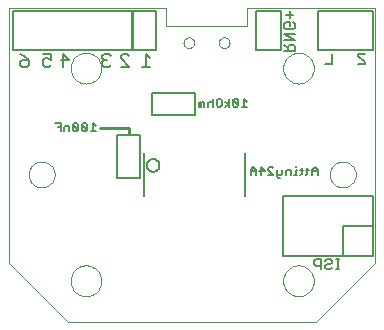
<source format=gbo>
G75*
G70*
%OFA0B0*%
%FSLAX24Y24*%
%IPPOS*%
%LPD*%
%AMOC8*
5,1,8,0,0,1.08239X$1,22.5*
%
%ADD10C,0.0000*%
%ADD11C,0.0080*%
%ADD12C,0.0100*%
%ADD13C,0.0060*%
%ADD14C,0.0070*%
%ADD15C,0.0050*%
D10*
X000150Y002119D02*
X002119Y000150D01*
X010386Y000150D01*
X012355Y002119D01*
X012355Y010622D01*
X008063Y010622D01*
X008063Y010032D01*
X005386Y010032D01*
X005386Y010622D01*
X000150Y010622D01*
X000150Y002119D01*
X002197Y001528D02*
X002199Y001573D01*
X002205Y001617D01*
X002214Y001661D01*
X002228Y001703D01*
X002245Y001744D01*
X002266Y001784D01*
X002290Y001822D01*
X002317Y001857D01*
X002347Y001890D01*
X002380Y001920D01*
X002415Y001947D01*
X002453Y001971D01*
X002493Y001992D01*
X002534Y002009D01*
X002576Y002023D01*
X002620Y002032D01*
X002664Y002038D01*
X002709Y002040D01*
X002754Y002038D01*
X002798Y002032D01*
X002842Y002023D01*
X002884Y002009D01*
X002925Y001992D01*
X002965Y001971D01*
X003003Y001947D01*
X003038Y001920D01*
X003071Y001890D01*
X003101Y001857D01*
X003128Y001822D01*
X003152Y001784D01*
X003173Y001744D01*
X003190Y001703D01*
X003204Y001661D01*
X003213Y001617D01*
X003219Y001573D01*
X003221Y001528D01*
X003219Y001483D01*
X003213Y001439D01*
X003204Y001395D01*
X003190Y001353D01*
X003173Y001312D01*
X003152Y001272D01*
X003128Y001234D01*
X003101Y001199D01*
X003071Y001166D01*
X003038Y001136D01*
X003003Y001109D01*
X002965Y001085D01*
X002925Y001064D01*
X002884Y001047D01*
X002842Y001033D01*
X002798Y001024D01*
X002754Y001018D01*
X002709Y001016D01*
X002664Y001018D01*
X002620Y001024D01*
X002576Y001033D01*
X002534Y001047D01*
X002493Y001064D01*
X002453Y001085D01*
X002415Y001109D01*
X002380Y001136D01*
X002347Y001166D01*
X002317Y001199D01*
X002290Y001234D01*
X002266Y001272D01*
X002245Y001312D01*
X002228Y001353D01*
X002214Y001395D01*
X002205Y001439D01*
X002199Y001483D01*
X002197Y001528D01*
X000800Y005071D02*
X000802Y005112D01*
X000808Y005153D01*
X000818Y005193D01*
X000831Y005232D01*
X000848Y005269D01*
X000869Y005305D01*
X000893Y005339D01*
X000920Y005370D01*
X000949Y005398D01*
X000982Y005424D01*
X001016Y005446D01*
X001053Y005465D01*
X001091Y005480D01*
X001131Y005492D01*
X001171Y005500D01*
X001212Y005504D01*
X001254Y005504D01*
X001295Y005500D01*
X001335Y005492D01*
X001375Y005480D01*
X001413Y005465D01*
X001449Y005446D01*
X001484Y005424D01*
X001517Y005398D01*
X001546Y005370D01*
X001573Y005339D01*
X001597Y005305D01*
X001618Y005269D01*
X001635Y005232D01*
X001648Y005193D01*
X001658Y005153D01*
X001664Y005112D01*
X001666Y005071D01*
X001664Y005030D01*
X001658Y004989D01*
X001648Y004949D01*
X001635Y004910D01*
X001618Y004873D01*
X001597Y004837D01*
X001573Y004803D01*
X001546Y004772D01*
X001517Y004744D01*
X001484Y004718D01*
X001450Y004696D01*
X001413Y004677D01*
X001375Y004662D01*
X001335Y004650D01*
X001295Y004642D01*
X001254Y004638D01*
X001212Y004638D01*
X001171Y004642D01*
X001131Y004650D01*
X001091Y004662D01*
X001053Y004677D01*
X001017Y004696D01*
X000982Y004718D01*
X000949Y004744D01*
X000920Y004772D01*
X000893Y004803D01*
X000869Y004837D01*
X000848Y004873D01*
X000831Y004910D01*
X000818Y004949D01*
X000808Y004989D01*
X000802Y005030D01*
X000800Y005071D01*
X002197Y008615D02*
X002199Y008660D01*
X002205Y008704D01*
X002214Y008748D01*
X002228Y008790D01*
X002245Y008831D01*
X002266Y008871D01*
X002290Y008909D01*
X002317Y008944D01*
X002347Y008977D01*
X002380Y009007D01*
X002415Y009034D01*
X002453Y009058D01*
X002493Y009079D01*
X002534Y009096D01*
X002576Y009110D01*
X002620Y009119D01*
X002664Y009125D01*
X002709Y009127D01*
X002754Y009125D01*
X002798Y009119D01*
X002842Y009110D01*
X002884Y009096D01*
X002925Y009079D01*
X002965Y009058D01*
X003003Y009034D01*
X003038Y009007D01*
X003071Y008977D01*
X003101Y008944D01*
X003128Y008909D01*
X003152Y008871D01*
X003173Y008831D01*
X003190Y008790D01*
X003204Y008748D01*
X003213Y008704D01*
X003219Y008660D01*
X003221Y008615D01*
X003219Y008570D01*
X003213Y008526D01*
X003204Y008482D01*
X003190Y008440D01*
X003173Y008399D01*
X003152Y008359D01*
X003128Y008321D01*
X003101Y008286D01*
X003071Y008253D01*
X003038Y008223D01*
X003003Y008196D01*
X002965Y008172D01*
X002925Y008151D01*
X002884Y008134D01*
X002842Y008120D01*
X002798Y008111D01*
X002754Y008105D01*
X002709Y008103D01*
X002664Y008105D01*
X002620Y008111D01*
X002576Y008120D01*
X002534Y008134D01*
X002493Y008151D01*
X002453Y008172D01*
X002415Y008196D01*
X002380Y008223D01*
X002347Y008253D01*
X002317Y008286D01*
X002290Y008321D01*
X002266Y008359D01*
X002245Y008399D01*
X002228Y008440D01*
X002214Y008482D01*
X002205Y008526D01*
X002199Y008570D01*
X002197Y008615D01*
X005961Y009465D02*
X005963Y009491D01*
X005969Y009517D01*
X005979Y009542D01*
X005992Y009565D01*
X006008Y009585D01*
X006028Y009603D01*
X006050Y009618D01*
X006073Y009630D01*
X006099Y009638D01*
X006125Y009642D01*
X006151Y009642D01*
X006177Y009638D01*
X006203Y009630D01*
X006227Y009618D01*
X006248Y009603D01*
X006268Y009585D01*
X006284Y009565D01*
X006297Y009542D01*
X006307Y009517D01*
X006313Y009491D01*
X006315Y009465D01*
X006313Y009439D01*
X006307Y009413D01*
X006297Y009388D01*
X006284Y009365D01*
X006268Y009345D01*
X006248Y009327D01*
X006226Y009312D01*
X006203Y009300D01*
X006177Y009292D01*
X006151Y009288D01*
X006125Y009288D01*
X006099Y009292D01*
X006073Y009300D01*
X006049Y009312D01*
X006028Y009327D01*
X006008Y009345D01*
X005992Y009365D01*
X005979Y009388D01*
X005969Y009413D01*
X005963Y009439D01*
X005961Y009465D01*
X007142Y009465D02*
X007144Y009491D01*
X007150Y009517D01*
X007160Y009542D01*
X007173Y009565D01*
X007189Y009585D01*
X007209Y009603D01*
X007231Y009618D01*
X007254Y009630D01*
X007280Y009638D01*
X007306Y009642D01*
X007332Y009642D01*
X007358Y009638D01*
X007384Y009630D01*
X007408Y009618D01*
X007429Y009603D01*
X007449Y009585D01*
X007465Y009565D01*
X007478Y009542D01*
X007488Y009517D01*
X007494Y009491D01*
X007496Y009465D01*
X007494Y009439D01*
X007488Y009413D01*
X007478Y009388D01*
X007465Y009365D01*
X007449Y009345D01*
X007429Y009327D01*
X007407Y009312D01*
X007384Y009300D01*
X007358Y009292D01*
X007332Y009288D01*
X007306Y009288D01*
X007280Y009292D01*
X007254Y009300D01*
X007230Y009312D01*
X007209Y009327D01*
X007189Y009345D01*
X007173Y009365D01*
X007160Y009388D01*
X007150Y009413D01*
X007144Y009439D01*
X007142Y009465D01*
X009284Y008615D02*
X009286Y008660D01*
X009292Y008704D01*
X009301Y008748D01*
X009315Y008790D01*
X009332Y008831D01*
X009353Y008871D01*
X009377Y008909D01*
X009404Y008944D01*
X009434Y008977D01*
X009467Y009007D01*
X009502Y009034D01*
X009540Y009058D01*
X009580Y009079D01*
X009621Y009096D01*
X009663Y009110D01*
X009707Y009119D01*
X009751Y009125D01*
X009796Y009127D01*
X009841Y009125D01*
X009885Y009119D01*
X009929Y009110D01*
X009971Y009096D01*
X010012Y009079D01*
X010052Y009058D01*
X010090Y009034D01*
X010125Y009007D01*
X010158Y008977D01*
X010188Y008944D01*
X010215Y008909D01*
X010239Y008871D01*
X010260Y008831D01*
X010277Y008790D01*
X010291Y008748D01*
X010300Y008704D01*
X010306Y008660D01*
X010308Y008615D01*
X010306Y008570D01*
X010300Y008526D01*
X010291Y008482D01*
X010277Y008440D01*
X010260Y008399D01*
X010239Y008359D01*
X010215Y008321D01*
X010188Y008286D01*
X010158Y008253D01*
X010125Y008223D01*
X010090Y008196D01*
X010052Y008172D01*
X010012Y008151D01*
X009971Y008134D01*
X009929Y008120D01*
X009885Y008111D01*
X009841Y008105D01*
X009796Y008103D01*
X009751Y008105D01*
X009707Y008111D01*
X009663Y008120D01*
X009621Y008134D01*
X009580Y008151D01*
X009540Y008172D01*
X009502Y008196D01*
X009467Y008223D01*
X009434Y008253D01*
X009404Y008286D01*
X009377Y008321D01*
X009353Y008359D01*
X009332Y008399D01*
X009315Y008440D01*
X009301Y008482D01*
X009292Y008526D01*
X009286Y008570D01*
X009284Y008615D01*
X010839Y005071D02*
X010841Y005112D01*
X010847Y005153D01*
X010857Y005193D01*
X010870Y005232D01*
X010887Y005269D01*
X010908Y005305D01*
X010932Y005339D01*
X010959Y005370D01*
X010988Y005398D01*
X011021Y005424D01*
X011055Y005446D01*
X011092Y005465D01*
X011130Y005480D01*
X011170Y005492D01*
X011210Y005500D01*
X011251Y005504D01*
X011293Y005504D01*
X011334Y005500D01*
X011374Y005492D01*
X011414Y005480D01*
X011452Y005465D01*
X011488Y005446D01*
X011523Y005424D01*
X011556Y005398D01*
X011585Y005370D01*
X011612Y005339D01*
X011636Y005305D01*
X011657Y005269D01*
X011674Y005232D01*
X011687Y005193D01*
X011697Y005153D01*
X011703Y005112D01*
X011705Y005071D01*
X011703Y005030D01*
X011697Y004989D01*
X011687Y004949D01*
X011674Y004910D01*
X011657Y004873D01*
X011636Y004837D01*
X011612Y004803D01*
X011585Y004772D01*
X011556Y004744D01*
X011523Y004718D01*
X011489Y004696D01*
X011452Y004677D01*
X011414Y004662D01*
X011374Y004650D01*
X011334Y004642D01*
X011293Y004638D01*
X011251Y004638D01*
X011210Y004642D01*
X011170Y004650D01*
X011130Y004662D01*
X011092Y004677D01*
X011056Y004696D01*
X011021Y004718D01*
X010988Y004744D01*
X010959Y004772D01*
X010932Y004803D01*
X010908Y004837D01*
X010887Y004873D01*
X010870Y004910D01*
X010857Y004949D01*
X010847Y004989D01*
X010841Y005030D01*
X010839Y005071D01*
X009284Y001528D02*
X009286Y001573D01*
X009292Y001617D01*
X009301Y001661D01*
X009315Y001703D01*
X009332Y001744D01*
X009353Y001784D01*
X009377Y001822D01*
X009404Y001857D01*
X009434Y001890D01*
X009467Y001920D01*
X009502Y001947D01*
X009540Y001971D01*
X009580Y001992D01*
X009621Y002009D01*
X009663Y002023D01*
X009707Y002032D01*
X009751Y002038D01*
X009796Y002040D01*
X009841Y002038D01*
X009885Y002032D01*
X009929Y002023D01*
X009971Y002009D01*
X010012Y001992D01*
X010052Y001971D01*
X010090Y001947D01*
X010125Y001920D01*
X010158Y001890D01*
X010188Y001857D01*
X010215Y001822D01*
X010239Y001784D01*
X010260Y001744D01*
X010277Y001703D01*
X010291Y001661D01*
X010300Y001617D01*
X010306Y001573D01*
X010308Y001528D01*
X010306Y001483D01*
X010300Y001439D01*
X010291Y001395D01*
X010277Y001353D01*
X010260Y001312D01*
X010239Y001272D01*
X010215Y001234D01*
X010188Y001199D01*
X010158Y001166D01*
X010125Y001136D01*
X010090Y001109D01*
X010052Y001085D01*
X010012Y001064D01*
X009971Y001047D01*
X009929Y001033D01*
X009885Y001024D01*
X009841Y001018D01*
X009796Y001016D01*
X009751Y001018D01*
X009707Y001024D01*
X009663Y001033D01*
X009621Y001047D01*
X009580Y001064D01*
X009540Y001085D01*
X009502Y001109D01*
X009467Y001136D01*
X009434Y001166D01*
X009404Y001199D01*
X009377Y001234D01*
X009353Y001272D01*
X009332Y001312D01*
X009315Y001353D01*
X009301Y001395D01*
X009292Y001439D01*
X009286Y001483D01*
X009284Y001528D01*
D11*
X004856Y008666D02*
X004576Y008666D01*
X004716Y008666D02*
X004716Y009087D01*
X004856Y008947D01*
X005044Y009221D02*
X000280Y009221D01*
X000280Y010520D01*
X005044Y010520D01*
X005044Y009221D01*
X004147Y009017D02*
X004077Y009087D01*
X003937Y009087D01*
X003867Y009017D01*
X003867Y008947D01*
X004147Y008666D01*
X003867Y008666D01*
X003537Y008736D02*
X003467Y008666D01*
X003327Y008666D01*
X003257Y008736D01*
X003257Y008806D01*
X003327Y008877D01*
X003397Y008877D01*
X003327Y008877D02*
X003257Y008947D01*
X003257Y009017D01*
X003327Y009087D01*
X003467Y009087D01*
X003537Y009017D01*
X002159Y008877D02*
X001879Y008877D01*
X001949Y009087D02*
X001949Y008666D01*
X002159Y008877D02*
X001949Y009087D01*
X001549Y009087D02*
X001549Y008877D01*
X001409Y008947D01*
X001339Y008947D01*
X001269Y008877D01*
X001269Y008736D01*
X001339Y008666D01*
X001479Y008666D01*
X001549Y008736D01*
X001549Y009087D02*
X001269Y009087D01*
X000801Y008877D02*
X000801Y008736D01*
X000731Y008666D01*
X000591Y008666D01*
X000521Y008736D01*
X000521Y008806D01*
X000591Y008877D01*
X000801Y008877D01*
X000661Y009017D01*
X000521Y009087D01*
X008370Y009225D02*
X009197Y009225D01*
X009197Y010524D01*
X008370Y010524D01*
X008370Y009225D01*
X010457Y009225D02*
X012284Y009225D01*
X012284Y010524D01*
X010457Y010524D01*
X010457Y009225D01*
D12*
X004244Y009264D02*
X004244Y010504D01*
X004146Y006607D02*
X003162Y006607D01*
X004146Y006607D02*
X004146Y006430D01*
D13*
X004651Y005776D02*
X004651Y004366D01*
X004741Y005376D02*
X004743Y005405D01*
X004749Y005433D01*
X004758Y005460D01*
X004772Y005485D01*
X004788Y005509D01*
X004808Y005529D01*
X004830Y005548D01*
X004854Y005562D01*
X004881Y005574D01*
X004908Y005582D01*
X004937Y005586D01*
X004965Y005586D01*
X004994Y005582D01*
X005021Y005574D01*
X005048Y005562D01*
X005072Y005548D01*
X005094Y005529D01*
X005114Y005509D01*
X005130Y005485D01*
X005144Y005460D01*
X005153Y005433D01*
X005159Y005405D01*
X005161Y005376D01*
X005159Y005347D01*
X005153Y005319D01*
X005144Y005292D01*
X005130Y005267D01*
X005114Y005243D01*
X005094Y005223D01*
X005072Y005204D01*
X005048Y005190D01*
X005021Y005178D01*
X004994Y005170D01*
X004965Y005166D01*
X004937Y005166D01*
X004908Y005170D01*
X004881Y005178D01*
X004854Y005190D01*
X004830Y005204D01*
X004808Y005223D01*
X004788Y005243D01*
X004772Y005267D01*
X004758Y005292D01*
X004749Y005319D01*
X004743Y005347D01*
X004741Y005376D01*
X003042Y006515D02*
X002868Y006515D01*
X002955Y006515D02*
X002955Y006775D01*
X003042Y006688D01*
X002747Y006731D02*
X002747Y006558D01*
X002574Y006731D01*
X002574Y006558D01*
X002617Y006515D01*
X002704Y006515D01*
X002747Y006558D01*
X002747Y006731D02*
X002704Y006775D01*
X002617Y006775D01*
X002574Y006731D01*
X002452Y006731D02*
X002409Y006775D01*
X002322Y006775D01*
X002279Y006731D01*
X002452Y006558D01*
X002409Y006515D01*
X002322Y006515D01*
X002279Y006558D01*
X002279Y006731D01*
X002158Y006688D02*
X002028Y006688D01*
X001984Y006645D01*
X001984Y006515D01*
X001863Y006515D02*
X001863Y006775D01*
X001690Y006775D01*
X001776Y006645D02*
X001863Y006645D01*
X002158Y006688D02*
X002158Y006515D01*
X002452Y006558D02*
X002452Y006731D01*
X006472Y007329D02*
X006472Y007459D01*
X006516Y007502D01*
X006559Y007459D01*
X006559Y007329D01*
X006646Y007329D02*
X006646Y007502D01*
X006602Y007502D01*
X006559Y007459D01*
X006767Y007459D02*
X006767Y007329D01*
X006767Y007459D02*
X006810Y007502D01*
X006897Y007502D01*
X006940Y007459D01*
X006940Y007589D02*
X006940Y007329D01*
X007062Y007372D02*
X007062Y007545D01*
X007105Y007589D01*
X007192Y007589D01*
X007235Y007545D01*
X007235Y007372D01*
X007192Y007329D01*
X007105Y007329D01*
X007062Y007372D01*
X007351Y007329D02*
X007481Y007415D01*
X007351Y007502D01*
X007481Y007589D02*
X007481Y007329D01*
X007602Y007372D02*
X007645Y007329D01*
X007732Y007329D01*
X007775Y007372D01*
X007602Y007545D01*
X007602Y007372D01*
X007775Y007372D02*
X007775Y007545D01*
X007732Y007589D01*
X007645Y007589D01*
X007602Y007545D01*
X007896Y007329D02*
X008070Y007329D01*
X007983Y007329D02*
X007983Y007589D01*
X008070Y007502D01*
X009326Y009176D02*
X009666Y009176D01*
X009666Y009346D01*
X009609Y009403D01*
X009496Y009403D01*
X009439Y009346D01*
X009439Y009176D01*
X009439Y009289D02*
X009326Y009403D01*
X009326Y009544D02*
X009666Y009544D01*
X009326Y009771D01*
X009666Y009771D01*
X009609Y009912D02*
X009382Y009912D01*
X009326Y009969D01*
X009326Y010082D01*
X009382Y010139D01*
X009496Y010139D01*
X009496Y010026D01*
X009609Y010139D02*
X009666Y010082D01*
X009666Y009969D01*
X009609Y009912D01*
X009496Y010281D02*
X009496Y010507D01*
X009609Y010394D02*
X009382Y010394D01*
X008011Y005776D02*
X008011Y004366D01*
X008196Y005058D02*
X008196Y005231D01*
X008283Y005318D01*
X008370Y005231D01*
X008370Y005058D01*
X008370Y005188D02*
X008196Y005188D01*
X008491Y005188D02*
X008665Y005188D01*
X008534Y005318D01*
X008534Y005058D01*
X008786Y005058D02*
X008959Y005058D01*
X008786Y005231D01*
X008786Y005275D01*
X008829Y005318D01*
X008916Y005318D01*
X008959Y005275D01*
X009080Y005231D02*
X009080Y005015D01*
X009124Y004971D01*
X009167Y004971D01*
X009210Y005058D02*
X009080Y005058D01*
X009210Y005058D02*
X009254Y005101D01*
X009254Y005231D01*
X009375Y005188D02*
X009375Y005058D01*
X009375Y005188D02*
X009418Y005231D01*
X009549Y005231D01*
X009549Y005058D01*
X009658Y005058D02*
X009745Y005058D01*
X009702Y005058D02*
X009702Y005231D01*
X009745Y005231D01*
X009702Y005318D02*
X009702Y005362D01*
X009855Y005231D02*
X009941Y005231D01*
X009898Y005275D02*
X009898Y005101D01*
X009855Y005058D01*
X010051Y005058D02*
X010094Y005101D01*
X010094Y005275D01*
X010051Y005231D02*
X010138Y005231D01*
X010259Y005231D02*
X010346Y005318D01*
X010432Y005231D01*
X010432Y005058D01*
X010432Y005188D02*
X010259Y005188D01*
X010259Y005231D02*
X010259Y005058D01*
X009276Y004367D02*
X009276Y002367D01*
X011276Y002367D01*
X011276Y003367D01*
X012276Y003367D01*
X012276Y004367D01*
X009276Y004367D01*
X011276Y002367D02*
X012276Y002367D01*
X012276Y003367D01*
D14*
X011153Y002244D02*
X011043Y002244D01*
X011098Y002244D02*
X011098Y001913D01*
X011153Y001913D02*
X011043Y001913D01*
X010908Y001968D02*
X010853Y001913D01*
X010743Y001913D01*
X010688Y001968D01*
X010688Y002023D01*
X010743Y002078D01*
X010853Y002078D01*
X010908Y002134D01*
X010908Y002189D01*
X010853Y002244D01*
X010743Y002244D01*
X010688Y002189D01*
X010539Y002244D02*
X010374Y002244D01*
X010319Y002189D01*
X010319Y002078D01*
X010374Y002023D01*
X010539Y002023D01*
X010539Y001913D02*
X010539Y002244D01*
X010680Y008757D02*
X010900Y008757D01*
X010900Y009088D01*
X011785Y009088D02*
X011785Y009033D01*
X012005Y008812D01*
X012005Y008757D01*
X011785Y008757D01*
X011785Y009088D02*
X012005Y009088D01*
D15*
X006333Y007799D02*
X006333Y007049D01*
X004912Y007049D01*
X004912Y007799D01*
X006333Y007799D01*
X004505Y006380D02*
X003755Y006380D01*
X003755Y004959D01*
X004505Y004959D01*
X004505Y006380D01*
M02*

</source>
